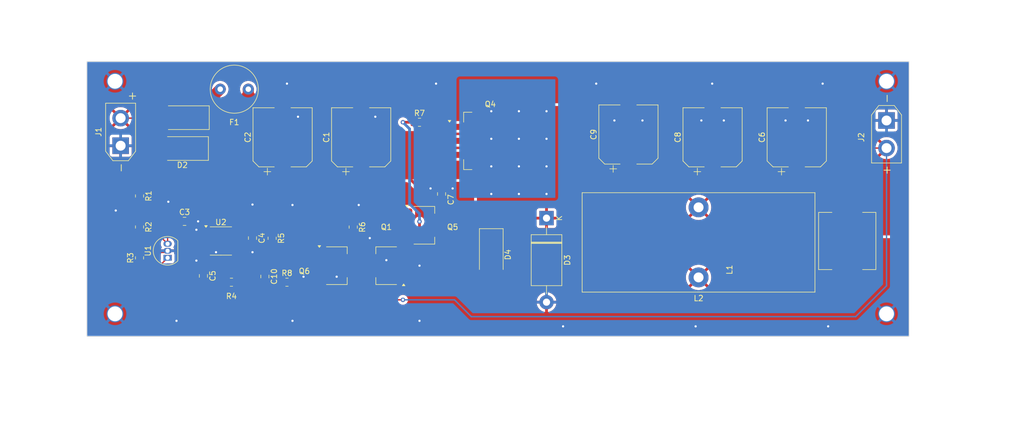
<source format=kicad_pcb>
(kicad_pcb (version 20240108) (generator "pcbnew") (generator_version "8.0")
  (layers (0 "F.Cu" signal) (31 "B.Cu" signal) (34 "B.Paste" user) (35 "F.Paste" user) (36 "B.SilkS" user "B.Silkscreen") (37 "F.SilkS" user "F.Silkscreen") (38 "B.Mask" user) (39 "F.Mask" user) (44 "Edge.Cuts" user))
  (net 0 "")
  (net 1 "Net-(U1-K)")
  (net 2 "GND")
  (net 3 "+VDC")
  (net 4 "Net-(D1-A)")
  (net 5 "Net-(D3-K)")
  (net 6 "Net-(U2--)")
  (net 7 "Net-(Q1-B)")
  (net 8 "Net-(Q1-E)")
  (net 9 "Net-(Q4-G)")
  (net 10 "Net-(U1-REF)")
  (net 11 "Net-(J2-Pin_2)")
  (net 14 "Net-(C10-Pad2)")
  (net 15 "Net-(Q6-B)")
  (net 16 "Net-(D1-K)")
  (footprint "Package_TO_SOT_THT:TO-92_Inline" (layer "F.Cu") (at 96.387 131.572 90)
    (property "Reference" "U1" (at 1.27 -3.56 90) (layer "F.SilkS"))
    (property "Value" "TL431LP")
    (fp_line (start -0.53 1.85) (end 3.07 1.85) (stroke (width 0.12)) (layer "F.SilkS"))
    (fp_arc (start 1.27 -2.6) (mid 3.672087 -0.994977) (end 3.108478 1.838478) (stroke (width 0.12)) (layer "F.SilkS"))
    (fp_arc (start -0.568478 1.838478) (mid -1.132087 -0.994977) (end 1.27 -2.6) (stroke (width 0.12)) (layer "F.SilkS"))
    (pad "1" thru_hole rect (at 0 0 90) (size 1.05 1.5) (drill 0.75) (layers "*.Cu" "*.Mask") (net 10 "Net-(U1-REF)"))
    (pad "2" thru_hole oval (at 1.27 0 90) (size 1.05 1.5) (drill 0.75) (layers "*.Cu" "*.Mask") (net 2 "GND"))
    (pad "3" thru_hole oval (at 2.54 0 90) (size 1.05 1.5) (drill 0.75) (layers "*.Cu" "*.Mask") (net 1 "Net-(U1-K)"))
  )
  (footprint "Package_TO_SOT_SMD:SOT-223-3_TabPin2" (layer "F.Cu") (at 136 133 180)
    (property "Reference" "Q1" (at 0 7 360) (layer "F.SilkS"))
    (property "Value" "FTZ953")
    (fp_line (start 1.91 3.41) (end 1.91 2.15) (stroke (width 0.12)) (layer "F.SilkS"))
    (fp_line (start 1.91 -3.41) (end 1.91 -2.15) (stroke (width 0.12)) (layer "F.SilkS"))
    (fp_line (start -1.85 3.41) (end 1.91 3.41) (stroke (width 0.12)) (layer "F.SilkS"))
    (fp_line (start -1.85 -3.41) (end 1.91 -3.41) (stroke (width 0.12)) (layer "F.SilkS"))
    (fp_poly (pts (xy -3.13 -3.31) (xy -3.37 -3.64) (xy -2.89 -3.64) (xy -3.13 -3.31)) (stroke (width 0.12)) (fill solid) (layer "F.SilkS"))
    (pad "1" smd roundrect (at -3.15 -2.3 180) (size 2 1.5) (layers "F.Cu" "F.Paste" "F.Mask") (net 7 "Net-(Q1-B)"))
    (pad "2" smd roundrect (at -3.15 0 180) (size 2 1.5) (layers "F.Cu" "F.Paste" "F.Mask") (net 2 "GND"))
    (pad "2" smd roundrect (at 3.15 0 180) (size 2 3.8) (layers "F.Cu" "F.Paste" "F.Mask") (net 2 "GND"))
    (pad "3" smd roundrect (at -3.15 2.3 180) (size 2 1.5) (layers "F.Cu" "F.Paste" "F.Mask") (net 8 "Net-(Q1-E)"))
  )
  (footprint "Inductor_SMD:L_Vishay_IHLP-4040" (layer "F.Cu") (at 219.456 128.524 90)
    (property "Reference" "L1" (at -5.213 -21.32 90) (layer "F.SilkS"))
    (property "Value" "L")
    (fp_line (start 5.18 -5.18) (end 5.18 -2.775) (stroke (width 0.12)) (layer "F.SilkS"))
    (fp_line (start -5.18 -5.18) (end 5.18 -5.18) (stroke (width 0.12)) (layer "F.SilkS"))
    (fp_line (start -5.18 -2.775) (end -5.18 -5.18) (stroke (width 0.12)) (layer "F.SilkS"))
    (fp_line (start -5.18 2.775) (end -5.18 5.18) (stroke (width 0.12)) (layer "F.SilkS"))
    (fp_line (start 5.18 5.18) (end 5.18 2.775) (stroke (width 0.12)) (layer "F.SilkS"))
    (fp_line (start -5.18 5.18) (end 5.18 5.18) (stroke (width 0.12)) (layer "F.SilkS"))
    (pad "1" smd rect (at -4.5075 0 90) (size 3.175 4.95) (layers "F.Cu" "F.Paste" "F.Mask") (net 5 "Net-(D3-K)"))
    (pad "2" smd rect (at 4.5075 0 90) (size 3.175 4.95) (layers "F.Cu" "F.Paste" "F.Mask") (net 11 "Net-(J2-Pin_2)"))
  )
  (footprint "Diode_SMD:D_SMB_Handsoldering" (layer "F.Cu") (at 155 131 -90)
    (property "Reference" "D4" (at 0 -3 -90) (layer "F.SilkS"))
    (property "Value" "D")
    (fp_line (start -4.71 2.15) (end 2.7 2.15) (stroke (width 0.12)) (layer "F.SilkS"))
    (fp_line (start -4.71 -2.15) (end -4.71 2.15) (stroke (width 0.12)) (layer "F.SilkS"))
    (fp_line (start -4.71 -2.15) (end 2.7 -2.15) (stroke (width 0.12)) (layer "F.SilkS"))
    (pad "1" smd roundrect (at -2.7 0 270) (size 3.5 2.3) (layers "F.Cu" "F.Paste" "F.Mask") (roundrect_rratio 0.1086956522) (net 5 "Net-(D3-K)"))
    (pad "2" smd roundrect (at 2.7 0 270) (size 3.5 2.3) (layers "F.Cu" "F.Paste" "F.Mask") (roundrect_rratio 0.1086956522) (net 2 "GND"))
  )
  (footprint "Capacitor_SMD:C_0805_2012Metric_Pad1.18x1.45mm_HandSolder" (layer "F.Cu") (at 99.4565 124.968)
    (property "Reference" "C3" (at 0 -1.68 0) (layer "F.SilkS"))
    (property "Value" "100n")
    (fp_line (start -0.261252 -0.735) (end 0.261252 -0.735) (stroke (width 0.12)) (layer "F.SilkS"))
    (fp_line (start -0.261252 0.735) (end 0.261252 0.735) (stroke (width 0.12)) (layer "F.SilkS"))
    (pad "1" smd roundrect (at -1.0375 0) (size 1.175 1.45) (layers "F.Cu" "F.Paste" "F.Mask") (roundrect_rratio 0.2127659574) (net 1 "Net-(U1-K)"))
    (pad "2" smd roundrect (at 1.0375 0) (size 1.175 1.45) (layers "F.Cu" "F.Paste" "F.Mask") (roundrect_rratio 0.2127659574) (net 2 "GND"))
  )
  (footprint "Package_TO_SOT_SMD:SOT-223-3_TabPin2" (layer "F.Cu") (at 127 133)
    (property "Reference" "Q6" (at -5.85 1 0) (layer "F.SilkS"))
    (property "Value" "FTZ853")
    (fp_line (start -1.85 -3.41) (end 1.91 -3.41) (stroke (width 0.12)) (layer "F.SilkS"))
    (fp_line (start -1.85 3.41) (end 1.91 3.41) (stroke (width 0.12)) (layer "F.SilkS"))
    (fp_line (start 1.91 -3.41) (end 1.91 -2.15) (stroke (width 0.12)) (layer "F.SilkS"))
    (fp_line (start 1.91 3.41) (end 1.91 2.15) (stroke (width 0.12)) (layer "F.SilkS"))
    (fp_poly (pts (xy -3.13 -3.31) (xy -3.37 -3.64) (xy -2.89 -3.64) (xy -3.13 -3.31)) (stroke (width 0.12)) (fill solid) (layer "F.SilkS"))
    (pad "1" smd roundrect (at -3.15 -2.3) (size 2 1.5) (layers "F.Cu" "F.Paste" "F.Mask") (net 15 "Net-(Q6-B)"))
    (pad "2" smd roundrect (at -3.15 0) (size 2 1.5) (layers "F.Cu" "F.Paste" "F.Mask") (net 7 "Net-(Q1-B)"))
    (pad "2" smd roundrect (at 3.15 0) (size 2 3.8) (layers "F.Cu" "F.Paste" "F.Mask") (net 7 "Net-(Q1-B)"))
    (pad "3" smd roundrect (at -3.15 2.3) (size 2 1.5) (layers "F.Cu" "F.Paste" "F.Mask") (net 2 "GND"))
  )
  (footprint "Resistor_SMD:R_0805_2012Metric_Pad1.20x1.40mm_HandSolder" (layer "F.Cu") (at 91.307 131.588 90)
    (property "Reference" "R3" (at 0 -1.65 90) (layer "F.SilkS"))
    (property "Value" "3k")
    (fp_line (start -0.227064 -0.735) (end 0.227064 -0.735) (stroke (width 0.12)) (layer "F.SilkS"))
    (fp_line (start -0.227064 0.735) (end 0.227064 0.735) (stroke (width 0.12)) (layer "F.SilkS"))
    (pad "1" smd roundrect (at -1 0 90) (size 1.2 1.4) (layers "F.Cu" "F.Paste" "F.Mask") (roundrect_rratio 0.2083333333) (net 10 "Net-(U1-REF)"))
    (pad "2" smd roundrect (at 1 0 90) (size 1.2 1.4) (layers "F.Cu" "F.Paste" "F.Mask") (roundrect_rratio 0.2083333333) (net 2 "GND"))
  )
  (footprint "Resistor_SMD:R_0805_2012Metric_Pad1.20x1.40mm_HandSolder" (layer "F.Cu") (at 142 107)
    (property "Reference" "R7" (at 0 -1.65 360) (layer "F.SilkS"))
    (property "Value" "1R")
    (fp_line (start -0.227064 -0.735) (end 0.227064 -0.735) (stroke (width 0.12)) (layer "F.SilkS"))
    (fp_line (start -0.227064 0.735) (end 0.227064 0.735) (stroke (width 0.12)) (layer "F.SilkS"))
    (pad "1" smd roundrect (at -1 0) (size 1.2 1.4) (layers "F.Cu" "F.Paste" "F.Mask") (roundrect_rratio 0.2083333333) (net 8 "Net-(Q1-E)"))
    (pad "2" smd roundrect (at 1 0) (size 1.2 1.4) (layers "F.Cu" "F.Paste" "F.Mask") (roundrect_rratio 0.2083333333) (net 9 "Net-(Q4-G)"))
  )
  (footprint "Package_SO:SOIC-8_3.9x4.9mm_P1.27mm" (layer "F.Cu") (at 106.039 128.524)
    (property "Reference" "U2" (at 0 -3.4 0) (layer "F.SilkS"))
    (property "Value" "LM311")
    (fp_line (start 0 -2.56) (end -1.95 -2.56) (stroke (width 0.12)) (layer "F.SilkS"))
    (fp_line (start 0 -2.56) (end 1.95 -2.56) (stroke (width 0.12)) (layer "F.SilkS"))
    (fp_line (start 0 2.56) (end -1.95 2.56) (stroke (width 0.12)) (layer "F.SilkS"))
    (fp_line (start 0 2.56) (end 1.95 2.56) (stroke (width 0.12)) (layer "F.SilkS"))
    (fp_poly (pts (xy -2.7 -2.465) (xy -2.94 -2.795) (xy -2.46 -2.795) (xy -2.7 -2.465)) (stroke (width 0.12)) (fill solid) (layer "F.SilkS"))
    (pad "1" smd roundrect (at -2.475 -1.905) (size 1.95 0.6) (layers "F.Cu" "F.Paste" "F.Mask") (net 2 "GND"))
    (pad "2" smd roundrect (at -2.475 -0.635) (size 1.95 0.6) (layers "F.Cu" "F.Paste" "F.Mask") (net 1 "Net-(U1-K)"))
    (pad "3" smd roundrect (at -2.475 0.635) (size 1.95 0.6) (layers "F.Cu" "F.Paste" "F.Mask") (net 6 "Net-(U2--)"))
    (pad "4" smd roundrect (at -2.475 1.905) (size 1.95 0.6) (layers "F.Cu" "F.Paste" "F.Mask") (net 2 "GND"))
    (pad "5" smd roundrect (at 2.475 1.905) (size 1.95 0.6) (layers "F.Cu" "F.Paste" "F.Mask"))
    (pad "6" smd roundrect (at 2.475 0.635) (size 1.95 0.6) (layers "F.Cu" "F.Paste" "F.Mask"))
    (pad "7" smd roundrect (at 2.475 -0.635) (size 1.95 0.6) (layers "F.Cu" "F.Paste" "F.Mask") (net 15 "Net-(Q6-B)"))
    (pad "8" smd roundrect (at 2.475 -1.905) (size 1.95 0.6) (layers "F.Cu" "F.Paste" "F.Mask") (net 3 "+VDC"))
  )
  (footprint "Capacitor_SMD:CP_Elec_10x12.5" (layer "F.Cu") (at 117.215 109.728 90)
    (property "Reference" "C2" (at 0 -6.3 90) (layer "F.SilkS"))
    (property "Value" "C_Polarized")
    (fp_line (start 5.36 -5.36) (end 5.36 -1.51) (stroke (width 0.12)) (layer "F.SilkS"))
    (fp_line (start -4.295563 -5.36) (end 5.36 -5.36) (stroke (width 0.12)) (layer "F.SilkS"))
    (fp_line (start -5.36 -4.295563) (end -4.295563 -5.36) (stroke (width 0.12)) (layer "F.SilkS"))
    (fp_line (start -5.36 -4.295563) (end -5.36 -1.51) (stroke (width 0.12)) (layer "F.SilkS"))
    (fp_line (start -6.225 -3.385) (end -6.225 -2.135) (stroke (width 0.12)) (layer "F.SilkS"))
    (fp_line (start -6.85 -2.76) (end -5.6 -2.76) (stroke (width 0.12)) (layer "F.SilkS"))
    (fp_line (start -5.36 4.295563) (end -5.36 1.51) (stroke (width 0.12)) (layer "F.SilkS"))
    (fp_line (start -5.36 4.295563) (end -4.295563 5.36) (stroke (width 0.12)) (layer "F.SilkS"))
    (fp_line (start 5.36 5.36) (end 5.36 1.51) (stroke (width 0.12)) (layer "F.SilkS"))
    (fp_line (start -4.295563 5.36) (end 5.36 5.36) (stroke (width 0.12)) (layer "F.SilkS"))
    (pad "1" smd roundrect (at -4.2 0 90) (size 4.4 2.5) (layers "F.Cu" "F.Paste" "F.Mask") (roundrect_rratio 0.1) (net 3 "+VDC"))
    (pad "2" smd roundrect (at 4.2 0 90) (size 4.4 2.5) (layers "F.Cu" "F.Paste" "F.Mask") (roundrect_rratio 0.1) (net 2 "GND"))
  )
  (footprint "Capacitor_SMD:C_0805_2012Metric_Pad1.18x1.45mm_HandSolder" (layer "F.Cu") (at 102.87 134.8525 -90)
    (property "Reference" "C5" (at 0 -1.68 90) (layer "F.SilkS"))
    (property "Value" "100n")
    (fp_line (start -0.261252 0.735) (end 0.261252 0.735) (stroke (width 0.12)) (layer "F.SilkS"))
    (fp_line (start -0.261252 -0.735) (end 0.261252 -0.735) (stroke (width 0.12)) (layer "F.SilkS"))
    (pad "1" smd roundrect (at -1.0375 0 270) (size 1.175 1.45) (layers "F.Cu" "F.Paste" "F.Mask") (roundrect_rratio 0.212766) (net 2 "GND"))
    (pad "2" smd roundrect (at 1.0375 0 270) (size 1.175 1.45) (layers "F.Cu" "F.Paste" "F.Mask") (roundrect_rratio 0.212766) (net 6 "Net-(U2--)"))
  )
  (footprint "Resistor_SMD:R_0805_2012Metric_Pad1.20x1.40mm_HandSolder" (layer "F.Cu") (at 115.316 128.032 -90)
    (property "Reference" "R5" (at 0 -1.65 90) (layer "F.SilkS"))
    (property "Value" "3k")
    (fp_line (start -0.227064 0.735) (end 0.227064 0.735) (stroke (width 0.12)) (layer "F.SilkS"))
    (fp_line (start -0.227064 -0.735) (end 0.227064 -0.735) (stroke (width 0.12)) (layer "F.SilkS"))
    (pad "1" smd roundrect (at -1 0 270) (size 1.2 1.4) (layers "F.Cu" "F.Paste" "F.Mask") (roundrect_rratio 0.2083333333) (net 3 "+VDC"))
    (pad "2" smd roundrect (at 1 0 270) (size 1.2 1.4) (layers "F.Cu" "F.Paste" "F.Mask") (roundrect_rratio 0.2083333333) (net 15 "Net-(Q6-B)"))
  )
  (footprint "Capacitor_SMD:CP_Elec_10x12.5" (layer "F.Cu") (at 179.832 109.22 90)
    (property "Reference" "C9" (at 0 -6.3 90) (layer "F.SilkS"))
    (property "Value" "C_Polarized")
    (fp_line (start 5.36 -5.36) (end 5.36 -1.51) (stroke (width 0.12)) (layer "F.SilkS"))
    (fp_line (start -4.295563 -5.36) (end 5.36 -5.36) (stroke (width 0.12)) (layer "F.SilkS"))
    (fp_line (start -5.36 -4.295563) (end -4.295563 -5.36) (stroke (width 0.12)) (layer "F.SilkS"))
    (fp_line (start -5.36 -4.295563) (end -5.36 -1.51) (stroke (width 0.12)) (layer "F.SilkS"))
    (fp_line (start -6.225 -3.385) (end -6.225 -2.135) (stroke (width 0.12)) (layer "F.SilkS"))
    (fp_line (start -6.85 -2.76) (end -5.6 -2.76) (stroke (width 0.12)) (layer "F.SilkS"))
    (fp_line (start -5.36 4.295563) (end -5.36 1.51) (stroke (width 0.12)) (layer "F.SilkS"))
    (fp_line (start -5.36 4.295563) (end -4.295563 5.36) (stroke (width 0.12)) (layer "F.SilkS"))
    (fp_line (start 5.36 5.36) (end 5.36 1.51) (stroke (width 0.12)) (layer "F.SilkS"))
    (fp_line (start -4.295563 5.36) (end 5.36 5.36) (stroke (width 0.12)) (layer "F.SilkS"))
    (pad "1" smd roundrect (at -4.2 0 90) (size 4.4 2.5) (layers "F.Cu" "F.Paste" "F.Mask") (roundrect_rratio 0.1) (net 11 "Net-(J2-Pin_2)"))
    (pad "2" smd roundrect (at 4.2 0 90) (size 4.4 2.5) (layers "F.Cu" "F.Paste" "F.Mask") (roundrect_rratio 0.1) (net 2 "GND"))
  )
  (footprint "Resistor_SMD:R_0805_2012Metric_Pad1.20x1.40mm_HandSolder" (layer "F.Cu") (at 91.307 120.364 -90)
    (property "Reference" "R1" (at 0 -1.65 90) (layer "F.SilkS"))
    (property "Value" "680")
    (fp_line (start -0.227064 0.735) (end 0.227064 0.735) (stroke (width 0.12)) (layer "F.SilkS"))
    (fp_line (start -0.227064 -0.735) (end 0.227064 -0.735) (stroke (width 0.12)) (layer "F.SilkS"))
    (pad "1" smd roundrect (at -1 0 270) (size 1.2 1.4) (layers "F.Cu" "F.Paste" "F.Mask") (roundrect_rratio 0.2083333333) (net 3 "+VDC"))
    (pad "2" smd roundrect (at 1 0 270) (size 1.2 1.4) (layers "F.Cu" "F.Paste" "F.Mask") (roundrect_rratio 0.2083333333) (net 1 "Net-(U1-K)"))
  )
  (footprint "MountingHole:MountingHole_2.7mm_M2.5_DIN965_Pad_TopOnly" (layer "F.Cu") (at 226.568 141.732)
    (property "Reference" "H2" (hide yes))
    (property "Value" "MountingHole_Pad")
    (pad "1" thru_hole circle (at 0 0) (size 3.1 3.1) (drill 2.7) (layers "*.Cu" "*.Mask") (net 2 "GND"))
    (pad "1" connect circle (at 0 0) (size 4.7 4.7) (layers "F.Cu" "F.Mask") (net 2 "GND"))
  )
  (footprint "Diode_SMD:D_SMB_Handsoldering" (layer "F.Cu") (at 99.06 111.76 180)
    (property "Reference" "D2" (at 0 -3 180) (layer "F.SilkS"))
    (property "Value" "D")
    (fp_line (start -4.71 2.15) (end 2.7 2.15) (stroke (width 0.12)) (layer "F.SilkS"))
    (fp_line (start -4.71 -2.15) (end 2.7 -2.15) (stroke (width 0.12)) (layer "F.SilkS"))
    (fp_line (start -4.71 -2.15) (end -4.71 2.15) (stroke (width 0.12)) (layer "F.SilkS"))
    (pad "1" smd roundrect (at -2.7 0 180) (size 3.5 2.3) (layers "F.Cu" "F.Paste" "F.Mask") (roundrect_rratio 0.1086956522) (net 16 "Net-(D1-K)"))
    (pad "2" smd roundrect (at 2.7 0 180) (size 3.5 2.3) (layers "F.Cu" "F.Paste" "F.Mask") (roundrect_rratio 0.1086956522) (net 4 "Net-(D1-A)"))
  )
  (footprint "Capacitor_SMD:C_0805_2012Metric_Pad1.18x1.45mm_HandSolder" (layer "F.Cu") (at 146 120 -90)
    (property "Reference" "C7" (at 1.0375 -1.68 90) (layer "F.SilkS"))
    (property "Value" "100n")
    (fp_line (start -0.261252 0.735) (end 0.261252 0.735) (stroke (width 0.12)) (layer "F.SilkS"))
    (fp_line (start -0.261252 -0.735) (end 0.261252 -0.735) (stroke (width 0.12)) (layer "F.SilkS"))
    (pad "1" smd roundrect (at -1.0375 0 270) (size 1.175 1.45) (layers "F.Cu" "F.Paste" "F.Mask") (roundrect_rratio 0.2127659574) (net 2 "GND"))
    (pad "2" smd roundrect (at 1.0375 0 270) (size 1.175 1.45) (layers "F.Cu" "F.Paste" "F.Mask") (roundrect_rratio 0.2127659574) (net 3 "+VDC"))
  )
  (footprint "MountingHole:MountingHole_2.7mm_M2.5_DIN965_Pad_TopOnly" (layer "F.Cu") (at 86.868 141.732)
    (property "Reference" "H4" (hide yes))
    (property "Value" "MountingHole_Pad")
    (pad "1" thru_hole circle (at 0 0) (size 3.1 3.1) (drill 2.7) (layers "*.Cu" "*.Mask") (net 2 "GND"))
    (pad "1" connect circle (at 0 0) (size 4.7 4.7) (layers "F.Cu" "F.Mask") (net 2 "GND"))
  )
  (footprint "Connector_AMASS:AMASS_XT30UPB-M_1x02_P5.0mm_Vertical" (layer "F.Cu") (at 87.884 111.252 90)
    (property "Reference" "J1" (at 2.5 -4 90) (layer "F.SilkS"))
    (property "Value" "Conn_01x02_Pin")
    (fp_line (start 7.71 -2.71) (end 7.71 2.71) (stroke (width 0.12)) (layer "F.SilkS"))
    (fp_line (start -1.01 -2.71) (end 7.71 -2.71) (stroke (width 0.12)) (layer "F.SilkS"))
    (fp_line (start -2.71 -1.41) (end -1.01 -2.71) (stroke (width 0.12)) (layer "F.SilkS"))
    (fp_line (start -2.71 -1.41) (end -2.71 1.41) (stroke (width 0.12)) (layer "F.SilkS"))
    (fp_line (start -2.71 1.41) (end -1.01 2.71) (stroke (width 0.12)) (layer "F.SilkS"))
    (fp_line (start -1.01 2.71) (end 7.71 2.71) (stroke (width 0.12)) (layer "F.SilkS"))
    (fp_text user "+" (at 9 2.032 90) (layer "F.SilkS") (effects (font (size 1.5 1.5))))
    (fp_text user "-" (at -4 0 90) (layer "F.SilkS") (effects (font (size 1.5 1.5))))
    (pad "1" thru_hole rect (at 0 0 90) (size 3 3) (drill 1.8) (layers "*.Cu" "*.Mask") (net 2 "GND"))
    (pad "2" thru_hole circle (at 5 0 90) (size 3 3) (drill 1.8) (layers "*.Cu" "*.Mask") (net 4 "Net-(D1-A)"))
  )
  (footprint "MountingHole:MountingHole_2.7mm_M2.5_DIN965_Pad_TopOnly" (layer "F.Cu") (at 226.568 99.568)
    (property "Reference" "H1" (hide yes))
    (property "Value" "MountingHole_Pad")
    (pad "1" thru_hole circle (at 0 0) (size 3.1 3.1) (drill 2.7) (layers "*.Cu" "*.Mask") (net 2 "GND"))
    (pad "1" connect circle (at 0 0) (size 4.7 4.7) (layers "F.Cu" "F.Mask") (net 2 "GND"))
  )
  (footprint "Resistor_SMD:R_0805_2012Metric_Pad1.20x1.40mm_HandSolder" (layer "F.Cu") (at 118 136)
    (property "Reference" "R8" (at 0 -1.65 0) (layer "F.SilkS"))
    (property "Value" "13k")
    (fp_line (start -0.227064 -0.735) (end 0.227064 -0.735) (stroke (width 0.12)) (layer "F.SilkS"))
    (fp_line (start -0.227064 0.735) (end 0.227064 0.735) (stroke (width 0.12)) (layer "F.SilkS"))
    (pad "1" smd roundrect (at -1 0) (size 1.2 1.4) (layers "F.Cu" "F.Paste" "F.Mask") (roundrect_rratio 0.208333) (net 14 "Net-(C10-Pad2)"))
    (pad "2" smd roundrect (at 1 0) (size 1.2 1.4) (layers "F.Cu" "F.Paste" "F.Mask") (roundrect_rratio 0.208333) (net 11 "Net-(J2-Pin_2)"))
  )
  (footprint "Resistor_SMD:R_0805_2012Metric_Pad1.20x1.40mm_HandSolder" (layer "F.Cu") (at 107.95 136)
    (property "Reference" "R4" (at 0 2.54 0) (layer "F.SilkS"))
    (property "Value" "13k")
    (fp_line (start -0.227064 -0.735) (end 0.227064 -0.735) (stroke (width 0.12)) (layer "F.SilkS"))
    (fp_line (start -0.227064 0.735) (end 0.227064 0.735) (stroke (width 0.12)) (layer "F.SilkS"))
    (pad "1" smd roundrect (at -1 0) (size 1.2 1.4) (layers "F.Cu" "F.Paste" "F.Mask") (roundrect_rratio 0.208333) (net 6 "Net-(U2--)"))
    (pad "2" smd roundrect (at 1 0) (size 1.2 1.4) (layers "F.Cu" "F.Paste" "F.Mask") (roundrect_rratio 0.208333) (net 14 "Net-(C10-Pad2)"))
  )
  (footprint "Inductor_THT:L_Toroid_Vertical_L41.9mm_W17.8mm_P12.70mm_Pulse_F" (layer "F.Cu") (at 192.532 135.128 180)
    (property "Reference" "L2" (at 0 -3.79 0) (layer "F.SilkS"))
    (property "Value" "L")
    (fp_line (start 21.075 -2.66) (end 21.075 15.36) (stroke (width 0.12)) (layer "F.SilkS"))
    (fp_line (start -21.075 15.36) (end 21.075 15.36) (stroke (width 0.12)) (layer "F.SilkS"))
    (fp_line (start -21.075 -2.66) (end 21.075 -2.66) (stroke (width 0.12)) (layer "F.SilkS"))
    (fp_line (start -21.075 -2.66) (end -21.075 15.36) (stroke (width 0.12)) (layer "F.SilkS"))
    (pad "1" thru_hole circle (at 0 0 180) (size 3.6 3.6) (drill 1.8) (layers "*.Cu" "*.Mask") (net 5 "Net-(D3-K)"))
    (pad "2" thru_hole circle (at 0 12.7 180) (size 3.6 3.6) (drill 1.8) (layers "*.Cu" "*.Mask") (net 11 "Net-(J2-Pin_2)"))
  )
  (footprint "Resistor_SMD:R_0805_2012Metric_Pad1.20x1.40mm_HandSolder" (layer "F.Cu") (at 91.307 125.984 -90)
    (property "Reference" "R2" (at 0 -1.65 90) (layer "F.SilkS"))
    (property "Value" "13k")
    (fp_line (start -0.227064 0.735) (end 0.227064 0.735) (stroke (width 0.12)) (layer "F.SilkS"))
    (fp_line (start -0.227064 -0.735) (end 0.227064 -0.735) (stroke (width 0.12)) (layer "F.SilkS"))
    (pad "1" smd roundrect (at -1 0 270) (size 1.2 1.4) (layers "F.Cu" "F.Paste" "F.Mask") (roundrect_rratio 0.2083333333) (net 1 "Net-(U1-K)"))
    (pad "2" smd roundrect (at 1 0 270) (size 1.2 1.4) (layers "F.Cu" "F.Paste" "F.Mask") (roundrect_rratio 0.2083333333) (net 10 "Net-(U1-REF)"))
  )
  (footprint "Package_TO_SOT_SMD:SOT-223-3_TabPin2" (layer "F.Cu") (at 142.85 125.675)
    (property "Reference" "Q5" (at 5.15 0.325 0) (layer "F.SilkS"))
    (property "Value" "FTZ853")
    (fp_line (start -1.85 -3.41) (end 1.91 -3.41) (stroke (width 0.12)) (layer "F.SilkS"))
    (fp_line (start -1.85 3.41) (end 1.91 3.41) (stroke (width 0.12)) (layer "F.SilkS"))
    (fp_line (start 1.91 -3.41) (end 1.91 -2.15) (stroke (width 0.12)) (layer "F.SilkS"))
    (fp_line (start 1.91 3.41) (end 1.91 2.15) (stroke (width 0.12)) (layer "F.SilkS"))
    (fp_poly (pts (xy -3.13 -3.31) (xy -3.37 -3.64) (xy -2.89 -3.64) (xy -3.13 -3.31)) (stroke (width 0.12)) (fill solid) (layer "F.SilkS"))
    (pad "1" smd roundrect (at -3.15 -2.3) (size 2 1.5) (layers "F.Cu" "F.Paste" "F.Mask") (net 7 "Net-(Q1-B)"))
    (pad "2" smd roundrect (at -3.15 0) (size 2 1.5) (layers "F.Cu" "F.Paste" "F.Mask") (net 3 "+VDC"))
    (pad "2" smd roundrect (at 3.15 0) (size 2 3.8) (layers "F.Cu" "F.Paste" "F.Mask") (net 3 "+VDC"))
    (pad "3" smd roundrect (at -3.15 2.3) (size 2 1.5) (layers "F.Cu" "F.Paste" "F.Mask") (net 8 "Net-(Q1-E)"))
  )
  (footprint "Package_TO_SOT_SMD:TO-263-3_TabPin4" (layer "F.Cu") (at 154.825 110.375)
    (property "Reference" "Q4" (at 0 -6.65 0) (layer "F.SilkS"))
    (property "Value" "Q_PMOS_GDSD")
    (fp_line (start -4.825 -5.2) (end -4.825 -3.39) (stroke (width 0.12)) (layer "F.SilkS"))
    (fp_line (start -4.825 5.2) (end -4.825 3.39) (stroke (width 0.12)) (layer "F.SilkS"))
    (fp_line (start -3.325 -5.2) (end -4.825 -5.2) (stroke (width 0.12)) (layer "F.SilkS"))
    (fp_line (start -3.325 5.2) (end -4.825 5.2) (stroke (width 0.12)) (layer "F.SilkS"))
    (fp_poly (pts (xy -7.3875 -3.39) (xy -7.6275 -3.72) (xy -7.1475 -3.72) (xy -7.3875 -3.39)) (stroke (width 0.12)) (fill solid) (layer "F.SilkS"))
    (pad "1" smd roundrect (at -7.65 -2.54) (size 4.6 1.1) (layers "F.Cu" "F.Paste" "F.Mask") (roundrect_rratio 0.227273) (net 9 "Net-(Q4-G)"))
    (pad "2" smd roundrect (at -7.65 0) (size 4.6 1.1) (layers "F.Cu" "F.Paste" "F.Mask") (roundrect_rratio 0.227273) (net 5 "Net-(D3-K)"))
    (pad "3" smd roundrect (at -7.65 2.54) (size 4.6 1.1) (layers "F.Cu" "F.Paste" "F.Mask") (roundrect_rratio 0.227273) (net 3 "+VDC"))
    (pad "4" smd roundrect (at -0.925 -2.775) (size 4.55 5.25) (layers "F.Cu" "F.Paste") (roundrect_rratio 0.054945) (net 5 "Net-(D3-K)"))
    (pad "4" smd roundrect (at -0.925 2.775) (size 4.55 5.25) (layers "F.Cu" "F.Paste") (roundrect_rratio 0.054945) (net 5 "Net-(D3-K)"))
    (pad "4" smd roundrect (at 1.5 0) (size 9.4 10.8) (layers "F.Cu" "F.Mask") (roundrect_rratio 0.026596) (net 5 "Net-(D3-K)"))
    (pad "4" smd roundrect (at 3.925 -2.775) (size 4.55 5.25) (layers "F.Cu" "F.Paste") (roundrect_rratio 0.054945) (net 5 "Net-(D3-K)"))
    (pad "4" smd roundrect (at 3.925 2.775) (size 4.55 5.25) (layers "F.Cu" "F.Paste") (roundrect_rratio 0.054945) (net 5 "Net-(D3-K)"))
  )
  (footprint "Capacitor_SMD:CP_Elec_10x12.5" (layer "F.Cu") (at 210.312 109.728 90)
    (property "Reference" "C6" (at 0 -6.3 90) (layer "F.SilkS"))
    (property "Value" "C_Polarized")
    (fp_line (start 5.36 -5.36) (end 5.36 -1.51) (stroke (width 0.12)) (layer "F.SilkS"))
    (fp_line (start -4.295563 -5.36) (end 5.36 -5.36) (stroke (width 0.12)) (layer "F.SilkS"))
    (fp_line (start -5.36 -4.295563) (end -4.295563 -5.36) (stroke (width 0.12)) (layer "F.SilkS"))
    (fp_line (start -5.36 -4.295563) (end -5.36 -1.51) (stroke (width 0.12)) (layer "F.SilkS"))
    (fp_line (start -6.225 -3.385) (end -6.225 -2.135) (stroke (width 0.12)) (layer "F.SilkS"))
    (fp_line (start -6.85 -2.76) (end -5.6 -2.76) (stroke (width 0.12)) (layer "F.SilkS"))
    (fp_line (start -5.36 4.295563) (end -5.36 1.51) (stroke (width 0.12)) (layer "F.SilkS"))
    (fp_line (start -5.36 4.295563) (end -4.295563 5.36) (stroke (width 0.12)) (layer "F.SilkS"))
    (fp_line (start 5.36 5.36) (end 5.36 1.51) (stroke (width 0.12)) (layer "F.SilkS"))
    (fp_line (start -4.295563 5.36) (end 5.36 5.36) (stroke (width 0.12)) (layer "F.SilkS"))
    (pad "1" smd roundrect (at -4.2 0 90) (size 4.4 2.5) (layers "F.Cu" "F.Paste" "F.Mask") (roundrect_rratio 0.1) (net 11 "Net-(J2-Pin_2)"))
    (pad "2" smd roundrect (at 4.2 0 90) (size 4.4 2.5) (layers "F.Cu" "F.Paste" "F.Mask") (roundrect_rratio 0.1) (net 2 "GND"))
  )
  (footprint "Capacitor_SMD:CP_Elec_10x12.5" (layer "F.Cu") (at 131.439 109.728 90)
    (property "Reference" "C1" (at 0 -6.3 90) (layer "F.SilkS"))
    (property "Value" "C_Polarized")
    (fp_line (start 5.36 -5.36) (end 5.36 -1.51) (stroke (width 0.12)) (layer "F.SilkS"))
    (fp_line (start -4.295563 -5.36) (end 5.36 -5.36) (stroke (width 0.12)) (layer "F.SilkS"))
    (fp_line (start -5.36 -4.295563) (end -4.295563 -5.36) (stroke (width 0.12)) (layer "F.SilkS"))
    (fp_line (start -5.36 -4.295563) (end -5.36 -1.51) (stroke (width 0.12)) (layer "F.SilkS"))
    (fp_line (start -6.225 -3.385) (end -6.225 -2.135) (stroke (width 0.12)) (layer "F.SilkS"))
    (fp_line (start -6.85 -2.76) (end -5.6 -2.76) (stroke (width 0.12)) (layer "F.SilkS"))
    (fp_line (start -5.36 4.295563) (end -5.36 1.51) (stroke (width 0.12)) (layer "F.SilkS"))
    (fp_line (start -5.36 4.295563) (end -4.295563 5.36) (stroke (width 0.12)) (layer "F.SilkS"))
    (fp_line (start 5.36 5.36) (end 5.36 1.51) (stroke (width 0.12)) (layer "F.SilkS"))
    (fp_line (start -4.295563 5.36) (end 5.36 5.36) (stroke (width 0.12)) (layer "F.SilkS"))
    (pad "1" smd roundrect (at -4.2 0 90) (size 4.4 2.5) (layers "F.Cu" "F.Paste" "F.Mask") (roundrect_rratio 0.1) (net 3 "+VDC"))
    (pad "2" smd roundrect (at 4.2 0 90) (size 4.4 2.5) (layers "F.Cu" "F.Paste" "F.Mask") (roundrect_rratio 0.1) (net 2 "GND"))
  )
  (footprint "Resistor_SMD:R_0805_2012Metric_Pad1.20x1.40mm_HandSolder" (layer "F.Cu") (at 130 126 -90)
    (property "Reference" "R6" (at 0 -1.65 90) (layer "F.SilkS"))
    (property "Value" "100")
    (fp_line (start -0.227064 0.735) (end 0.227064 0.735) (stroke (width 0.12)) (layer "F.SilkS"))
    (fp_line (start -0.227064 -0.735) (end 0.227064 -0.735) (stroke (width 0.12)) (layer "F.SilkS"))
    (pad "1" smd roundrect (at -1 0 270) (size 1.2 1.4) (layers "F.Cu" "F.Paste" "F.Mask") (roundrect_rratio 0.2083333333) (net 3 "+VDC"))
    (pad "2" smd roundrect (at 1 0 270) (size 1.2 1.4) (layers "F.Cu" "F.Paste" "F.Mask") (roundrect_rratio 0.2083333333) (net 7 "Net-(Q1-B)"))
  )
  (footprint "Capacitor_SMD:C_0805_2012Metric_Pad1.18x1.45mm_HandSolder" (layer "F.Cu") (at 114 134.9625 -90)
    (property "Reference" "C10" (at 0 -1.68 90) (layer "F.SilkS"))
    (property "Value" "100n")
    (fp_line (start -0.261252 0.735) (end 0.261252 0.735) (stroke (width 0.12)) (layer "F.SilkS"))
    (fp_line (start -0.261252 -0.735) (end 0.261252 -0.735) (stroke (width 0.12)) (layer "F.SilkS"))
    (pad "1" smd roundrect (at -1.0375 0 270) (size 1.175 1.45) (layers "F.Cu" "F.Paste" "F.Mask") (roundrect_rratio 0.212766) (net 2 "GND"))
    (pad "2" smd roundrect (at 1.0375 0 270) (size 1.175 1.45) (layers "F.Cu" "F.Paste" "F.Mask") (roundrect_rratio 0.212766) (net 14 "Net-(C10-Pad2)"))
  )
  (footprint "Connector_AMASS:AMASS_XT30UPB-M_1x02_P5.0mm_Vertical" (layer "F.Cu") (at 226.568 106.68 -90)
    (property "Reference" "J2" (at 3.048 4.572 90) (layer "F.SilkS"))
    (property "Value" "Conn_01x02_Pin")
    (fp_line (start -1.01 2.71) (end 7.71 2.71) (stroke (width 0.12)) (layer "F.SilkS"))
    (fp_line (start -2.71 1.41) (end -1.01 2.71) (stroke (width 0.12)) (layer "F.SilkS"))
    (fp_line (start -2.71 -1.41) (end -2.71 1.41) (stroke (width 0.12)) (layer "F.SilkS"))
    (fp_line (start -2.71 -1.41) (end -1.01 -2.71) (stroke (width 0.12)) (layer "F.SilkS"))
    (fp_line (start -1.01 -2.71) (end 7.71 -2.71) (stroke (width 0.12)) (layer "F.SilkS"))
    (fp_line (start 7.71 -2.71) (end 7.71 2.71) (stroke (width 0.12)) (layer "F.SilkS"))
    (fp_text user "-" (at -4 0 90) (layer "F.SilkS") (effects (font (size 1.5 1.5))))
    (fp_text user "+" (at 9 0 90) (layer "F.SilkS") (effects (font (size 1.5 1.5))))
    (pad "1" thru_hole rect (at 0 0 270) (size 3 3) (drill 1.8) (layers "*.Cu" "*.Mask") (net 2 "GND"))
    (pad "2" thru_hole circle (at 5 0 270) (size 3 3) (drill 1.8) (layers "*.Cu" "*.Mask") (net 11 "Net-(J2-Pin_2)"))
  )
  (footprint "MountingHole:MountingHole_2.7mm_M2.5_DIN965_Pad_TopOnly" (layer "F.Cu") (at 86.868 99.568)
    (property "Reference" "H3" (hide yes))
    (property "Value" "MountingHole_Pad")
    (pad "1" thru_hole circle (at 0 0) (size 3.1 3.1) (drill 2.7) (layers "*.Cu" "*.Mask") (net 2 "GND"))
    (pad "1" connect circle (at 0 0) (size 4.7 4.7) (layers "F.Cu" "F.Mask") (net 2 "GND"))
  )
  (footprint "Capacitor_SMD:C_0805_2012Metric_Pad1.18x1.45mm_HandSolder" (layer "F.Cu") (at 111.76 127.9945 -90)
    (property "Reference" "C4" (at 0 -1.68 90) (layer "F.SilkS"))
    (property "Value" "100n")
    (fp_line (start -0.261252 0.735) (end 0.261252 0.735) (stroke (width 0.12)) (layer "F.SilkS"))
    (fp_line (start -0.261252 -0.735) (end 0.261252 -0.735) (stroke (width 0.12)) (layer "F.SilkS"))
    (pad "1" smd roundrect (at -1.0375 0 270) (size 1.175 1.45) (layers "F.Cu" "F.Paste" "F.Mask") (roundrect_rratio 0.2127659574) (net 3 "+VDC"))
    (pad "2" smd roundrect (at 1.0375 0 270) (size 1.175 1.45) (layers "F.Cu" "F.Paste" "F.Mask") (roundrect_rratio 0.2127659574) (net 2 "GND"))
  )
  (footprint "Diode_THT:D_DO-201AE_P15.24mm_Horizontal" (layer "F.Cu") (at 165 124.38 -90)
    (property "Reference" "D3" (at 7.62 -3.77 -90) (layer "F.SilkS"))
    (property "Value" "D")
    (fp_line (start 3 2.77) (end 12.24 2.77) (stroke (width 0.12)) (layer "F.SilkS"))
    (fp_line (start 12.24 2.77) (end 12.24 -2.77) (stroke (width 0.12)) (layer "F.SilkS"))
    (fp_line (start 1.54 0) (end 3 0) (stroke (width 0.12)) (layer "F.SilkS"))
    (fp_line (start 13.7 0) (end 12.24 0) (stroke (width 0.12)) (layer "F.SilkS"))
    (fp_line (start 3 -2.77) (end 3 2.77) (stroke (width 0.12)) (layer "F.SilkS"))
    (fp_line (start 4.35 -2.77) (end 4.35 2.77) (stroke (width 0.12)) (layer "F.SilkS"))
    (fp_line (start 4.47 -2.77) (end 4.47 2.77) (stroke (width 0.12)) (layer "F.SilkS"))
    (fp_line (start 4.59 -2.77) (end 4.59 2.77) (stroke (width 0.12)) (layer "F.SilkS"))
    (fp_line (start 12.24 -2.77) (end 3 -2.77) (stroke (width 0.12)) (layer "F.SilkS"))
    (fp_text user "K" (at 0 -2.3 -90) (layer "F.SilkS"))
    (pad "1" thru_hole rect (at 0 0 270) (size 2.6 2.6) (drill 1.3) (layers "*.Cu" "*.Mask") (net 5 "Net-(D3-K)"))
    (pad "2" thru_hole oval (at 15.24 0 270) (size 2.6 2.6) (drill 1.3) (layers "*.Cu" "*.Mask") (net 2 "GND"))
  )
  (footprint "Diode_SMD:D_SMB_Handsoldering" (layer "F.Cu") (at 99.22 106.172 180)
    (property "Reference" "D1" (hide yes))
    (property "Value" "D")
    (fp_line (start -4.71 2.15) (end 2.7 2.15) (stroke (width 0.12)) (layer "F.SilkS"))
    (fp_line (start -4.71 -2.15) (end 2.7 -2.15) (stroke (width 0.12)) (layer "F.SilkS"))
    (fp_line (start -4.71 -2.15) (end -4.71 2.15) (stroke (width 0.12)) (layer "F.SilkS"))
    (pad "1" smd roundrect (at -2.7 0 180) (size 3.5 2.3) (layers "F.Cu" "F.Paste" "F.Mask") (roundrect_rratio 0.1086956522) (net 16 "Net-(D1-K)"))
    (pad "2" smd roundrect (at 2.7 0 180) (size 3.5 2.3) (layers "F.Cu" "F.Paste" "F.Mask") (roundrect_rratio 0.1086956522) (net 4 "Net-(D1-A)"))
  )
  (footprint "Capacitor_SMD:CP_Elec_10x12.5" (layer "F.Cu") (at 195.072 109.728 90)
    (property "Reference" "C8" (at 0 -6.3 90) (layer "F.SilkS"))
    (property "Value" "C_Polarized")
    (fp_line (start 5.36 -5.36) (end 5.36 -1.51) (stroke (width 0.12)) (layer "F.SilkS"))
    (fp_line (start -4.295563 -5.36) (end 5.36 -5.36) (stroke (width 0.12)) (layer "F.SilkS"))
    (fp_line (start -5.36 -4.295563) (end -4.295563 -5.36) (stroke (width 0.12)) (layer "F.SilkS"))
    (fp_line (start -5.36 -4.295563) (end -5.36 -1.51) (stroke (width 0.12)) (layer "F.SilkS"))
    (fp_line (start -6.225 -3.385) (end -6.225 -2.135) (stroke (width 0.12)) (layer "F.SilkS"))
    (fp_line (start -6.85 -2.76) (end -5.6 -2.76) (stroke (width 0.12)) (layer "F.SilkS"))
    (fp_line (start -5.36 4.295563) (end -5.36 1.51) (stroke (width 0.12)) (layer "F.SilkS"))
    (fp_line (start -5.36 4.295563) (end -4.295563 5.36) (stroke (width 0.12)) (layer "F.SilkS"))
    (fp_line (start 5.36 5.36) (end 5.36 1.51) (stroke (width 0.12)) (layer "F.SilkS"))
    (fp_line (start -4.295563 5.36) (end 5.36 5.36) (stroke (width 0.12)) (layer "F.SilkS"))
    (pad "1" smd roundrect (at -4.2 0 90) (size 4.4 2.5) (layers "F.Cu" "F.Paste" "F.Mask") (roundrect_rratio 0.1) (net 11 "Net-(J2-Pin_2)"))
    (pad "2" smd roundrect (at 4.2 0 90) (size 4.4 2.5) (layers "F.Cu" "F.Paste" "F.Mask") (roundrect_rratio 0.1) (net 2 "GND"))
  )
  (footprint "Fuse:Fuse_Littelfuse_372_D8.50mm" (layer "F.Cu") (at 105.92 101)
    (property "Reference" "F1" (at 2.54 6 0) (layer "F.SilkS"))
    (property "Value" "Fuse")
    (fp_circle (center 2.54 0) (end 6.9 0) (stroke (width 0.12)) (fill none) (layer "F.SilkS"))
    (pad "1" thru_hole circle (at 0 0) (size 2 2) (drill 1) (layers "*.Cu" "*.Mask") (net 16 "Net-(D1-K)"))
    (pad "2" thru_hole circle (at 5.08 0) (size 2 2) (drill 1) (layers "*.Cu" "*.Mask") (net 3 "+VDC"))
  )
  (gr_rect (start 81.788 96.012) (end 230.632 145.796) (stroke (width 0.1)) (fill none) (layer "Edge.Cuts"))
  (segment (start 98.419 126.419) (end 98.419 124.968) (width 0.25) (layer "F.Cu") (net 1))
  (segment (start 96.387 127) (end 98.419 124.968) (width 0.25) (layer "F.Cu") (net 1))
  (segment (start 91.307 124.984) (end 92.339 124.984) (width 0.25) (layer "F.Cu") (net 1))
  (segment (start 91.307 121.364) (end 91.307 124.984) (width 0.25) (layer "F.Cu") (net 1))
  (segment (start 92.339 124.984) (end 96.387 129.032) (width 0.25) (layer "F.Cu") (net 1))
  (segment (start 103.564 127.889) (end 99.889 127.889) (width 0.25) (layer "F.Cu") (net 1))
  (segment (start 96.387 129.032) (end 96.387 127) (width 0.25) (layer "F.Cu") (net 1))
  (segment (start 99.889 127.889) (end 98.419 126.419) (width 0.25) (layer "F.Cu") (net 1))
  (segment (start 179.832 105.02) (end 181.492 106.68) (width 0.25) (layer "F.Cu") (net 2))
  (segment (start 101.913 124.968) (end 103.564 126.619) (width 0.25) (layer "F.Cu") (net 2))
  (segment (start 194.7 105.528) (end 193.548 106.68) (width 0.25) (layer "F.Cu") (net 2))
  (segment (start 100.494 124.968) (end 101.913 124.968) (width 0.25) (layer "F.Cu") (net 2))
  (segment (start 103.564 126.619) (end 102.235 126.619) (width 0.25) (layer "F.Cu") (net 2))
  (segment (start 102.87 133.815) (end 102.87 133.35) (width 0.25) (layer "F.Cu") (net 2))
  (segment (start 195.952 105.528) (end 197.104 106.68) (width 0.25) (layer "F.Cu") (net 2))
  (segment (start 210.312 105.528) (end 195.072 105.528) (width 0.25) (layer "F.Cu") (net 2))
  (segment (start 91.307 130.588) (end 96.101 130.588) (width 0.25) (layer "F.Cu") (net 2))
  (segment (start 103.564 130.429) (end 105.029 130.429) (width 0.25) (layer "F.Cu") (net 2))
  (segment (start 195.072 105.528) (end 194.7 105.528) (width 0.25) (layer "F.Cu") (net 2))
  (segment (start 101.727 126.619) (end 101.6 126.492) (width 0.25) (layer "F.Cu") (net 2))
  (segment (start 211.464 106.68) (end 212.344 106.68) (width 0.25) (layer "F.Cu") (net 2))
  (segment (start 210.312 105.528) (end 211.464 106.68) (width 0.25) (layer "F.Cu") (net 2))
  (segment (start 210.312 105.528) (end 209.16 106.68) (width 0.25) (layer "F.Cu") (net 2))
  (segment (start 193.548 106.68) (end 193.04 106.68) (width 0.25) (layer "F.Cu") (net 2))
  (segment (start 209.16 106.68) (end 208.28 106.68) (width 0.25) (layer "F.Cu") (net 2))
  (segment (start 195.072 105.528) (end 195.952 105.528) (width 0.25) (layer "F.Cu") (net 2))
  (segment (start 180.34 105.528) (end 195.072 105.528) (width 0.25) (layer "F.Cu") (net 2))
  (segment (start 111.76 129.032) (end 111.76 130.556) (width 0.25) (layer "F.Cu") (net 2))
  (segment (start 179.832 105.02) (end 178.172 106.68) (width 0.25) (layer "F.Cu") (net 2))
  (segment (start 178.172 106.68) (end 177.292 106.68) (width 0.25) (layer "F.Cu") (net 2))
  (segment (start 96.101 130.588) (end 96.387 130.302) (width 0.25) (layer "F.Cu") (net 2))
  (segment (start 181.492 106.68) (end 182.372 106.68) (width 0.25) (layer "F.Cu") (net 2))
  (segment (start 105.029 130.429) (end 105.156 130.556) (width 0.25) (layer "F.Cu") (net 2))
  (segment (start 102.87 133.35) (end 101.6 132.08) (width 0.25) (layer "F.Cu") (net 2))
  (segment (start 180.34 105.528) (end 179.832 105.02) (width 0.25) (layer "F.Cu") (net 2))
  (segment (start 102.235 126.619) (end 101.727 126.619) (width 0.25) (layer "F.Cu") (net 2))
  (via (at 118 100) (size 0.8) (drill 0.4) (layers "F.Cu" "B.Cu") (net 2))
  (via (at 208.28 106.68) (size 0.8) (drill 0.4) (layers "F.Cu" "B.Cu") (net 2))
  (via (at 182.372 106.68) (size 0.8) (drill 0.4) (layers "F.Cu" "B.Cu") (net 2))
  (via (at 215 100) (size 0.8) (drill 0.4) (layers "F.Cu" "B.Cu") (net 2))
  (via (at 168 144) (size 0.8) (drill 0.4) (layers "F.Cu" "B.Cu") (net 2))
  (via (at 193.04 106.68) (size 0.8) (drill 0.4) (layers "F.Cu" "B.Cu") (net 2))
  (via (at 101.6 132.08) (size 0.8) (drill 0.4) (layers "F.Cu" "B.Cu") (net 2))
  (via (at 174 100) (size 0.8) (drill 0.4) (layers "F.Cu" "B.Cu") (net 2))
  (via (at 119 143) (size 0.8) (drill 0.4) (layers "F.Cu" "B.Cu") (net 2))
  (via (at 134 106) (size 0.8) (drill 0.4) (layers "F.Cu" "B.Cu") (net 2))
  (via (at 142 143) (size 0.8) (drill 0.4) (layers "F.Cu" "B.Cu") (net 2))
  (via (at 121 135) (size 0.8) (drill 0.4) (layers "F.Cu" "B.Cu") (net 2))
  (via (at 144 119) (size 0.8) (drill 0.4) (layers "F.Cu" "B.Cu") (net 2))
  (via (at 101.6 126.492) (size 0.8) (drill 0.4) (layers "F.Cu" "B.Cu") (net 2))
  (via (at 98 143) (size 0.8) (drill 0.4) (layers "F.Cu" "B.Cu") (net 2))
  (via (at 192 144) (size 0.8) (drill 0.4) (layers "F.Cu" "B.Cu") (net 2))
  (via (at 101.913 124.968) (size 0.8) (drill 0.4) (layers "F.Cu" "B.Cu") (net 2))
  (via (at 120 106) (size 0.8) (drill 0.4) (layers "F.Cu" "B.Cu") (net 2))
  (via (at 131 122) (size 0.8) (drill 0.4) (layers "F.Cu" "B.Cu") (net 2))
  (via (at 145 100) (size 0.8) (drill 0.4) (layers "F.Cu" "B.Cu") (net 2))
  (via (at 195 100) (size 0.8) (drill 0.4) (layers "F.Cu" "B.Cu") (net 2))
  (via (at 142 133) (size 0.8) (drill 0.4) (layers "F.Cu" "B.Cu") (net 2))
  (via (at 212.344 106.68) (size 0.8) (drill 0.4) (layers "F.Cu" "B.Cu") (net 2))
  (via (at 148 119) (size 0.8) (drill 0.4) (layers "F.Cu" "B.Cu") (net 2))
  (via (at 216 144) (size 0.8) (drill 0.4) (layers "F.Cu" "B.Cu") (net 2))
  (via (at 96.52 121.412) (size 0.8) (drill 0.4) (layers "F.Cu" "B.Cu") (net 2))
  (via (at 127 135) (size 0.8) (drill 0.4) (layers "F.Cu" "B.Cu") (net 2))
  (via (at 177.292 106.68) (size 0.8) (drill 0.4) (layers "F.Cu" "B.Cu") (net 2))
  (via (at 119 122) (size 0.8) (drill 0.4) (layers "F.Cu" "B.Cu") (net 2))
  (via (at 136 132) (size 0.8) (drill 0.4) (layers "F.Cu" "B.Cu") (net 2))
  (via (at 111.76 130.556) (size 0.8) (drill 0.4) (layers "F.Cu" "B.Cu") (net 2))
  (via (at 111.76 121.92) (size 0.8) (drill 0.4) (layers "F.Cu" "B.Cu") (net 2))
  (via (at 133 128) (size 0.8) (drill 0.4) (layers "F.Cu" "B.Cu") (net 2))
  (via (at 87 123) (size 0.8) (drill 0.4) (layers "F.Cu" "B.Cu") (net 2))
  (via (at 105.156 130.556) (size 0.8) (drill 0.4) (layers "F.Cu" "B.Cu") (net 2))
  (via (at 197.104 106.68) (size 0.8) (drill 0.4) (layers "F.Cu" "B.Cu") (net 2))
  (segment (start 140 117) (end 144.0375 121.0375) (width 0.5) (layer "F.Cu") (net 3))
  (segment (start 139.7 125.675) (end 139.025 125) (width 0.5) (layer "F.Cu") (net 3))
  (segment (start 115.241 126.957) (end 115.316 127.032) (width 0.25) (layer "F.Cu") (net 3))
  (segment (start 115.0715 116.0715) (end 117.215 113.928) (width 0.5) (layer "F.Cu") (net 3))
  (segment (start 115.0715 116.0715) (end 115.316 116.316) (width 0.5) (layer "F.Cu") (net 3))
  (segment (start 111.779 119.364) (end 115.0715 116.0715) (width 0.5) (layer "F.Cu") (net 3))
  (segment (start 134.511 117) (end 140 117) (width 0.5) (layer "F.Cu") (net 3))
  (segment (start 115.316 116.316) (end 115.316 123.401) (width 0.5) (layer "F.Cu") (net 3))
  (segment (start 114.539 111.252) (end 117.215 113.928) (width 0.25) (layer "F.Cu") (net 3))
  (segment (start 111.76 126.957) (end 115.241 126.957) (width 0.25) (layer "F.Cu") (net 3))
  (segment (start 115.316 115.827) (end 115.316 123.401) (width 0.25) (layer "F.Cu") (net 3))
  (segment (start 115.316 115.827) (end 117.215 113.928) (width 0.25) (layer "F.Cu") (net 3))
  (segment (start 147.175 112.915) (end 143.013 112.915) (width 3) (layer "F.Cu") (net 3))
  (segment (start 130 125) (end 134 125) (width 0.5) (layer "F.Cu") (net 3))
  (segment (start 117.215 113.928) (end 131.439 113.928) (width 0.25) (layer "F.Cu") (net 3))
  (segment (start 131.439 113.928) (end 134.511 117) (width 0.5) (layer "F.Cu") (net 3))
  (segment (start 115.316 123.401) (end 111.76 126.957) (width 0.5) (layer "F.Cu") (net 3))
  (segment (start 111 107.713) (end 117.215 113.928) (width 0.5) (layer "F.Cu") (net 3))
  (segment (start 146 121.0375) (end 146 125.675) (width 0.5) (layer "F.Cu") (net 3))
  (segment (start 91.307 119.364) (end 111.779 119.364) (width 0.5) (layer "F.Cu") (net 3))
  (segment (start 111 101) (end 111 107.713) (width 2) (layer "F.Cu") (net 3))
  (segment (start 142 113.928) (end 131.439 113.928) (width 0.5) (layer "F.Cu") (net 3))
  (segment (start 143.7 113.928) (end 142 113.928) (width 0.5) (layer "F.Cu") (net 3))
  (segment (start 144.0375 121.0375) (end 146 121.0375) (width 0.5) (layer "F.Cu") (net 3))
  (segment (start 139.025 125) (end 134 125) (width 0.5) (layer "F.Cu") (net 3))
  (segment (start 143.013 112.915) (end 142 113.928) (width 0.5) (layer "F.Cu") (net 3))
  (segment (start 111.422 126.619) (end 111.76 126.957) (width 0.25) (layer "F.Cu") (net 3))
  (segment (start 108.514 126.619) (end 111.422 126.619) (width 0.25) (layer "F.Cu") (net 3))
  (segment (start 87.884 106.252) (end 96.181 106.252) (width 0.25) (layer "F.Cu") (net 4))
  (segment (start 96.181 106.252) (end 96.261 106.172) (width 0.25) (layer "F.Cu") (net 4))
  (segment (start 160 105) (end 155 105) (width 0.25) (layer "F.Cu") (net 5))
  (segment (start 165 105) (end 160 105) (width 0.25) (layer "F.Cu") (net 5))
  (segment (start 165 105) (end 165 110) (width 0.25) (layer "F.Cu") (net 5))
  (segment (start 147.175 110.375) (end 154.625 110.375) (width 0.25) (layer "F.Cu") (net 5))
  (segment (start 165 115) (end 165 110) (width 0.25) (layer "F.Cu") (net 5))
  (segment (start 155 105) (end 155 110) (width 0.25) (layer "F.Cu") (net 5))
  (segment (start 154.625 110.375) (end 155 110) (width 0.25) (layer "F.Cu") (net 5))
  (segment (start 160 120) (end 155 120) (width 0.25) (layer "F.Cu") (net 5))
  (segment (start 165 115) (end 165 120) (width 0.25) (layer "F.Cu") (net 5))
  (segment (start 165 120) (end 160 120) (width 0.25) (layer "F.Cu") (net 5))
  (segment (start 165 110) (end 160 110) (width 0.25) (layer "F.Cu") (net 5))
  (segment (start 155 110) (end 155 115) (width 0.25) (layer "F.Cu") (net 5))
  (segment (start 160 115) (end 165 115) (width 0.25) (layer "F.Cu") (net 5))
  (segment (start 155 115) (end 160 115) (width 0.25) (layer "F.Cu") (net 5))
  (via (at 155 115) (size 0.8) (drill 0.4) (layers "F.Cu" "B.Cu") (net 5))
  (via (at 155 110) (size 0.8) (drill 0.4) (layers "F.Cu" "B.Cu") (net 5))
  (via (at 160 105) (size 0.8) (drill 0.4) (layers "F.Cu" "B.Cu") (net 5))
  (via (at 155 105) (size 0.8) (drill 0.4) (layers "F.Cu" "B.Cu") (net 5))
  (via (at 160 120) (size 0.8) (drill 0.4) (layers "F.Cu" "B.Cu") (net 5))
  (via (at 165 105) (size 0.8) (drill 0.4) (layers "F.Cu" "B.Cu") (net 5))
  (via (at 165 115) (size 0.8) (drill 0.4) (layers "F.Cu" "B.Cu") (net 5))
  (via (at 165 110) (size 0.8) (drill 0.4) (layers "F.Cu" "B.Cu") (net 5))
  (via (at 160 115) (size 0.8) (drill 0.4) (layers "F.Cu" "B.Cu") (net 5))
  (via (at 160 110) (size 0.8) (drill 0.4) (layers "F.Cu" "B.Cu") (net 5))
  (via (at 165 120) (size 0.8) (drill 0.4) (layers "F.Cu" "B.Cu") (net 5))
  (via (at 155 120) (size 0.8) (drill 0.4) (layers "F.Cu" "B.Cu") (net 5))
  (segment (start 106.95 133.35) (end 105.41 133.35) (width 0.25) (layer "F.Cu") (net 6))
  (segment (start 106.95 133.35) (end 106.95 129.95) (width 0.25) (layer "F.Cu") (net 6))
  (segment (start 106.95 136) (end 106.95 133.35) (width 0.25) (layer "F.Cu") (net 6))
  (segment (start 105.41 133.35) (end 102.87 135.89) (width 0.25) (layer "F.Cu") (net 6))
  (segment (start 104.841 129.159) (end 103.564 129.159) (width 0.25) (layer "F.Cu") (net 6))
  (segment (start 106 129) (end 105 129) (width 0.25) (layer "F.Cu") (net 6))
  (segment (start 105 129) (end 104.841 129.159) (width 0.25) (layer "F.Cu") (net 6))
  (segment (start 106.95 129.95) (end 106 129) (width 0.25) (layer "F.Cu") (net 6))
  (segment (start 129.625 123.375) (end 139.7 123.375) (width 0.5) (layer "F.Cu") (net 7))
  (segment (start 130.15 133) (end 130.15 132.15) (width 0.25) (layer "F.Cu") (net 7))
  (segment (start 139.325 123) (end 139.7 123.375) (width 0.25) (layer "F.Cu") (net 7))
  (segment (start 130 132) (end 130 127) (width 0.5) (layer "F.Cu") (net 7))
  (segment (start 139.15 136) (end 130.55 136) (width 0.5) (layer "F.Cu") (net 7))
  (segment (start 128 126) (end 128 125) (width 0.5) (layer "F.Cu") (net 7))
  (segment (start 128 125) (end 129.625 123.375) (width 0.5) (layer "F.Cu") (net 7))
  (segment (start 130 127) (end 129 127) (width 0.5) (layer "F.Cu") (net 7))
  (segment (start 130.15 134.9) (end 130.15 133) (width 0.25) (layer "F.Cu") (net 7))
  (segment (start 130.55 136) (end 130.55 135.3) (width 0.5) (layer "F.Cu") (net 7))
  (segment (start 129 127) (end 128 126) (width 0.5) (layer "F.Cu") (net 7))
  (segment (start 130.55 135.3) (end 130.15 134.9) (width 0.5) (layer "F.Cu") (net 7))
  (segment (start 130.15 132.15) (end 130 132) (width 0.25) (layer "F.Cu") (net 7))
  (segment (start 139.15 128.525) (end 139.7 127.975) (width 0.25) (layer "F.Cu") (net 8))
  (segment (start 141.025 127.975) (end 142 127) (width 0.5) (layer "F.Cu") (net 8))
  (segment (start 139 107) (end 141 107) (width 0.5) (layer "F.Cu") (net 8))
  (segment (start 142 127) (end 142 125) (width 0.5) (layer "F.Cu") (net 8))
  (segment (start 139.7 127.975) (end 141.025 127.975) (width 0.5) (layer "F.Cu") (net 8))
  (segment (start 139.15 130.7) (end 139.15 128.525) (width 0.5) (layer "F.Cu") (net 8))
  (via (at 139 107) (size 0.8) (drill 0.4) (layers "F.Cu" "B.Cu") (net 8))
  (via (at 142 125) (size 0.8) (drill 0.4) (layers "F.Cu" "B.Cu") (net 8))
  (segment (start 140.2 121.795) (end 140.2 108.2) (width 0.5) (layer "B.Cu") (net 8))
  (segment (start 142 123.595) (end 140.2 121.795) (width 0.5) (layer "B.Cu") (net 8))
  (segment (start 140.2 108.2) (end 139 107) (width 0.5) (layer "B.Cu") (net 8))
  (segment (start 142 125) (end 142 123.595) (width 0.5) (layer "B.Cu") (net 8))
  (segment (start 144.835 107.835) (end 147.175 107.835) (width 0.5) (layer "F.Cu") (net 9))
  (segment (start 144 107) (end 144.835 107.835) (width 0.5) (layer "F.Cu") (net 9))
  (segment (start 143 107) (end 144 107) (width 0.5) (layer "F.Cu") (net 9))
  (segment (start 147.14 107.8) (end 147.175 107.835) (width 0.25) (layer "F.Cu") (net 9))
  (segment (start 95.371 132.588) (end 96.387 131.572) (width 0.25) (layer "F.Cu") (net 10))
  (segment (start 88.9 129.391) (end 88.9 130.181) (width 0.25) (layer "F.Cu") (net 10))
  (segment (start 91.307 126.984) (end 88.9 129.391) (width 0.25) (layer "F.Cu") (net 10))
  (segment (start 91.307 132.588) (end 95.371 132.588) (width 0.25) (layer "F.Cu") (net 10))
  (segment (start 88.9 130.181) (end 91.307 132.588) (width 0.25) (layer "F.Cu") (net 10))
  (segment (start 139 139.192) (end 122.192 139.192) (width 0.25) (layer "F.Cu") (net 11))
  (segment (start 212.56 111.68) (end 226.568 111.68) (width 0.25) (layer "F.Cu") (net 11))
  (segment (start 195.072 113.928) (end 180.34 113.928) (width 0.25) (layer "F.Cu") (net 11))
  (segment (start 122.192 139.192) (end 119 136) (width 0.25) (layer "F.Cu") (net 11))
  (segment (start 210.312 113.928) (end 212.56 111.68) (width 0.25) (layer "F.Cu") (net 11))
  (segment (start 210.312 113.928) (end 195.072 113.928) (width 0.25) (layer "F.Cu") (net 11))
  (segment (start 180.34 113.928) (end 179.832 113.42) (width 0.25) (layer "F.Cu") (net 11))
  (via (at 139 139.192) (size 0.8) (drill 0.4) (layers "F.Cu" "B.Cu") (net 11))
  (segment (start 226.568 136.652) (end 226.568 110.664) (width 0.25) (layer "B.Cu") (net 11))
  (segment (start 148.336 139.192) (end 139 139.192) (width 0.25) (layer "B.Cu") (net 11))
  (segment (start 148.336 139.192) (end 151.384 142.24) (width 0.25) (layer "B.Cu") (net 11))
  (segment (start 151.384 142.24) (end 220.98 142.24) (width 0.25) (layer "B.Cu") (net 11))
  (segment (start 220.98 142.24) (end 226.568 136.652) (width 0.25) (layer "B.Cu") (net 11))
  (segment (start 114 136) (end 108.95 136) (width 0.25) (layer "F.Cu") (net 14))
  (segment (start 117 136) (end 114 136) (width 0.25) (layer "F.Cu") (net 14))
  (segment (start 114.173 127.889) (end 115.316 129.032) (width 0.25) (layer "F.Cu") (net 15))
  (segment (start 123.85 130.7) (end 116.984 130.7) (width 0.25) (layer "F.Cu") (net 15))
  (segment (start 116.984 130.7) (end 115.316 129.032) (width 0.25) (layer "F.Cu") (net 15))
  (segment (start 108.514 127.889) (end 114.173 127.889) (width 0.25) (layer "F.Cu") (net 15))
  (segment (start 101.92 105) (end 101.92 106.172) (width 0.25) (layer "F.Cu") (net 16))
  (segment (start 105.92 101) (end 101.92 105) (width 2) (layer "F.Cu") (net 16))
  (segment (start 101.76 106.332) (end 101.92 106.172) (width 0.25) (layer "F.Cu") (net 16))
  (segment (start 101.76 111.76) (end 101.76 106.332) (width 0.25) (layer "F.Cu") (net 16))
  (zone (net 11) (net_name "Net-(J2-Pin_2)") (layer "F.Cu") (priority 3) (connect_pads (clearance 0.5)) (min_thickness 0.25) (fill yes (thermal_gap 0.5) (thermal_bridge_width 0.5))
    (polygon (pts (xy 170.18 112.776) (xy 170.18 116.332) (xy 170.18 119.888) (xy 170.18 127.508) (xy 227.584 127.508) (xy 227.584 109.22) (xy 171.704 109.728) (xy 170.18 111.252)))
  )
  (zone (net 2) (net_name "GND") (layer "F.Cu") (connect_pads (clearance 0.5)) (min_thickness 0.25) (fill yes (thermal_gap 0.5) (thermal_bridge_width 0.5))
    (polygon (pts (xy 69.596 86.868) (xy 248.92 87.376) (xy 248.92 158.496) (xy 68.58 158.496) (xy 68.072 86.868)))
  )
  (zone (net 5) (net_name "Net-(D3-K)") (layer "F.Cu") (priority 4) (connect_pads (clearance 0.5)) (min_thickness 0.25) (fill yes (thermal_gap 0.5) (thermal_bridge_width 0.5))
    (polygon (pts (xy 152.4 104.052) (xy 152.4 131.064) (xy 161.036 131.064) (xy 161.036 137.16) (xy 223.012 137.16) (xy 223.012 128.016) (xy 168.656 128.016) (xy 168.656 120.396) (xy 168.656 104.052)))
  )
  (zone (net 4) (net_name "Net-(D1-A)") (layer "F.Cu") (priority 5) (connect_pads (clearance 0.5)) (min_thickness 0.25) (fill yes (thermal_gap 0.5) (thermal_bridge_width 0.5))
    (polygon (pts (xy 85.852 103.632) (xy 98.044 103.632) (xy 98.044 113.792) (xy 94.488 113.792) (xy 94.488 108.712) (xy 85.852 108.712)))
  )
  (zone (net 3) (net_name "+VDC") (layer "F.Cu") (priority 8) (connect_pads (clearance 0.5)) (min_thickness 0.25) (fill yes (thermal_gap 0.5) (thermal_bridge_width 0.5))
    (polygon (pts (xy 109 117.348) (xy 114 109) (xy 114 100) (xy 109 100)))
  )
  (zone (net 3) (net_name "+VDC") (layer "F.Cu") (priority 2) (connect_pads (clearance 0.5)) (min_thickness 0.25) (fill yes (thermal_gap 0.5) (thermal_bridge_width 0.5))
    (polygon (pts (xy 109 117.348) (xy 140.208 117.348) (xy 146.2 117.3) (xy 151 117.3) (xy 151 114.9) (xy 151 108.6) (xy 139 108.6) (xy 135 108.648) (xy 109 108.648)))
  )
  (zone (net 16) (net_name "Net-(D1-K)") (layer "F.Cu") (priority 7) (connect_pads (clearance 0.5)) (min_thickness 0.25) (fill yes (thermal_gap 0.5) (thermal_bridge_width 0.5))
    (polygon (pts (xy 100 114) (xy 100 100) (xy 107 100) (xy 107 114)))
  )
  (zone (net 2) (net_name "GND") (layer "B.Cu") (priority 1) (connect_pads (clearance 0.5)) (min_thickness 0.25) (fill yes (thermal_gap 0.5) (thermal_bridge_width 0.5))
    (polygon (pts (xy 66.548 85.852) (xy 67.564 161.544) (xy 251.46 160.528) (xy 250.444 84.836) (xy 66.04 85.344)))
  )
  (zone (net 5) (net_name "Net-(D3-K)") (layer "B.Cu") (priority 6) (connect_pads (clearance 0.5)) (min_thickness 0.25) (fill yes (thermal_gap 0.5) (thermal_bridge_width 0.5))
    (polygon (pts (xy 149.2 120.7) (xy 166.6 120.7) (xy 166.6 99.2) (xy 149.2 99.2)))
  )
)
</source>
